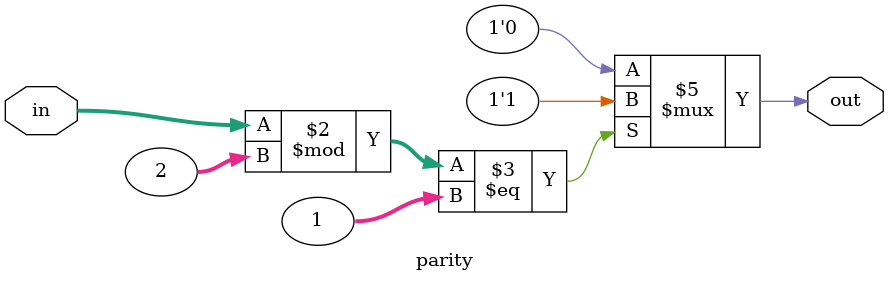
<source format=v>
`timescale 1ns / 1ps

module parity (
    input [3:0] in,
    output reg out
);

always @(*) begin
    if (in % 2 == 1) begin
        out = 1;
    end  else begin
        out = 0;
    end
end
    
endmodule

</source>
